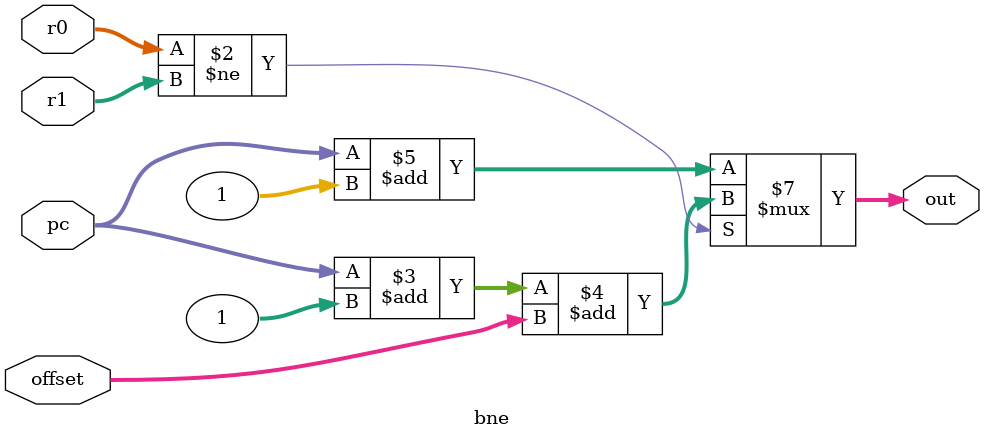
<source format=v>
module bne(
    input [31:0] r0,
    input [31:0] r1,
    input [31:0] offset,
    input [31:0] pc,
    output reg [31:0] out
);

always @* begin
    if(r0 != r1) begin
        out = pc + 1 + offset;
    end else begin
        out = pc + 1;
    end
end


endmodule 
</source>
